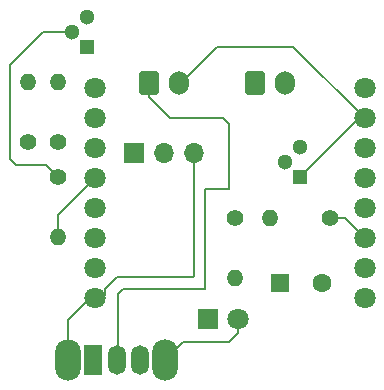
<source format=gbr>
%TF.GenerationSoftware,KiCad,Pcbnew,9.0.0*%
%TF.CreationDate,2025-04-30T16:19:23-03:00*%
%TF.ProjectId,Mini D1 Puck,4d696e69-2044-4312-9050-75636b2e6b69,rev?*%
%TF.SameCoordinates,Original*%
%TF.FileFunction,Copper,L2,Bot*%
%TF.FilePolarity,Positive*%
%FSLAX46Y46*%
G04 Gerber Fmt 4.6, Leading zero omitted, Abs format (unit mm)*
G04 Created by KiCad (PCBNEW 9.0.0) date 2025-04-30 16:19:23*
%MOMM*%
%LPD*%
G01*
G04 APERTURE LIST*
G04 Aperture macros list*
%AMRoundRect*
0 Rectangle with rounded corners*
0 $1 Rounding radius*
0 $2 $3 $4 $5 $6 $7 $8 $9 X,Y pos of 4 corners*
0 Add a 4 corners polygon primitive as box body*
4,1,4,$2,$3,$4,$5,$6,$7,$8,$9,$2,$3,0*
0 Add four circle primitives for the rounded corners*
1,1,$1+$1,$2,$3*
1,1,$1+$1,$4,$5*
1,1,$1+$1,$6,$7*
1,1,$1+$1,$8,$9*
0 Add four rect primitives between the rounded corners*
20,1,$1+$1,$2,$3,$4,$5,0*
20,1,$1+$1,$4,$5,$6,$7,0*
20,1,$1+$1,$6,$7,$8,$9,0*
20,1,$1+$1,$8,$9,$2,$3,0*%
G04 Aperture macros list end*
%TA.AperFunction,ComponentPad*%
%ADD10C,1.800000*%
%TD*%
%TA.AperFunction,ComponentPad*%
%ADD11R,1.300000X1.300000*%
%TD*%
%TA.AperFunction,ComponentPad*%
%ADD12C,1.300000*%
%TD*%
%TA.AperFunction,ComponentPad*%
%ADD13C,1.400000*%
%TD*%
%TA.AperFunction,ComponentPad*%
%ADD14O,1.400000X1.400000*%
%TD*%
%TA.AperFunction,ComponentPad*%
%ADD15O,2.200000X3.500000*%
%TD*%
%TA.AperFunction,ComponentPad*%
%ADD16R,1.500000X2.500000*%
%TD*%
%TA.AperFunction,ComponentPad*%
%ADD17O,1.500000X2.500000*%
%TD*%
%TA.AperFunction,ComponentPad*%
%ADD18R,1.800000X1.800000*%
%TD*%
%TA.AperFunction,ComponentPad*%
%ADD19RoundRect,0.250000X-0.600000X-0.750000X0.600000X-0.750000X0.600000X0.750000X-0.600000X0.750000X0*%
%TD*%
%TA.AperFunction,ComponentPad*%
%ADD20O,1.700000X2.000000*%
%TD*%
%TA.AperFunction,ComponentPad*%
%ADD21R,1.600000X1.600000*%
%TD*%
%TA.AperFunction,ComponentPad*%
%ADD22C,1.600000*%
%TD*%
%TA.AperFunction,ComponentPad*%
%ADD23R,1.700000X1.700000*%
%TD*%
%TA.AperFunction,ComponentPad*%
%ADD24O,1.700000X1.700000*%
%TD*%
%TA.AperFunction,Conductor*%
%ADD25C,0.200000*%
%TD*%
G04 APERTURE END LIST*
D10*
%TO.P,U1,16*%
%TO.N,N/C*%
X200000000Y-77780000D03*
%TO.P,U1,15*%
X200000000Y-75240000D03*
%TO.P,U1,14*%
X200000000Y-72700000D03*
%TO.P,U1,13*%
X200000000Y-70160000D03*
%TO.P,U1,12*%
X200000000Y-67620000D03*
%TO.P,U1,11*%
X200000000Y-65080000D03*
%TO.P,U1,10*%
X200000000Y-62540000D03*
%TO.P,U1,9*%
X200000000Y-60000000D03*
%TO.P,U1,8*%
X177140000Y-60000000D03*
%TO.P,U1,7*%
X177140000Y-62540000D03*
%TO.P,U1,6*%
X177140000Y-65080000D03*
%TO.P,U1,5*%
X177140000Y-67620000D03*
%TO.P,U1,4*%
X177140000Y-70160000D03*
%TO.P,U1,3*%
X177140000Y-72700000D03*
%TO.P,U1,2*%
X177140000Y-75240000D03*
%TO.P,U1,1*%
X177140000Y-77780000D03*
%TD*%
D11*
%TO.P,Q2,1*%
%TO.N,N/C*%
X176500000Y-56500000D03*
D12*
%TO.P,Q2,2*%
X175230000Y-55230000D03*
%TO.P,Q2,3*%
X176500000Y-53960000D03*
%TD*%
D11*
%TO.P,Q1,1*%
%TO.N,N/C*%
X194500000Y-67500000D03*
D12*
%TO.P,Q1,2*%
X193230000Y-66230000D03*
%TO.P,Q1,3*%
X194500000Y-64960000D03*
%TD*%
D13*
%TO.P,R5,1*%
%TO.N,N/C*%
X174000000Y-67500000D03*
D14*
%TO.P,R5,2*%
X174000000Y-72580000D03*
%TD*%
D15*
%TO.P,SW1,*%
%TO.N,*%
X174900000Y-83000000D03*
X183100000Y-83000000D03*
D16*
%TO.P,SW1,1*%
%TO.N,N/C*%
X177000000Y-83000000D03*
D17*
%TO.P,SW1,2*%
X179000000Y-83000000D03*
%TO.P,SW1,3*%
X181000000Y-83000000D03*
%TD*%
D13*
%TO.P,R3,1*%
%TO.N,N/C*%
X174000000Y-64540000D03*
D14*
%TO.P,R3,2*%
X174000000Y-59460000D03*
%TD*%
D18*
%TO.P,D1,1*%
%TO.N,N/C*%
X186730000Y-79500000D03*
D10*
%TO.P,D1,2*%
X189270000Y-79500000D03*
%TD*%
D13*
%TO.P,R2,1*%
%TO.N,N/C*%
X189000000Y-70960000D03*
D14*
%TO.P,R2,2*%
X189000000Y-76040000D03*
%TD*%
D19*
%TO.P,B,1*%
%TO.N,N/C*%
X181750000Y-59532500D03*
D20*
%TO.P,B,2*%
X184250000Y-59532500D03*
%TD*%
D21*
%TO.P,C1,1*%
%TO.N,N/C*%
X192847349Y-76500000D03*
D22*
%TO.P,C1,2*%
X196347349Y-76500000D03*
%TD*%
D23*
%TO.P,J1,1*%
%TO.N,N/C*%
X180500000Y-65500000D03*
D24*
%TO.P,J1,2*%
X183040000Y-65500000D03*
%TO.P,J1,3*%
X185580000Y-65500000D03*
%TD*%
D19*
%TO.P,M,1*%
%TO.N,N/C*%
X190750000Y-59532500D03*
D20*
%TO.P,M,2*%
X193250000Y-59532500D03*
%TD*%
D13*
%TO.P,R4,1*%
%TO.N,N/C*%
X171500000Y-64500000D03*
D14*
%TO.P,R4,2*%
X171500000Y-59420000D03*
%TD*%
D13*
%TO.P,R1,1*%
%TO.N,N/C*%
X197040000Y-71000000D03*
D14*
%TO.P,R1,2*%
X191960000Y-71000000D03*
%TD*%
D25*
%TO.N,*%
X197040000Y-71000000D02*
X198300000Y-71000000D01*
X198300000Y-71000000D02*
X200000000Y-72700000D01*
X200000000Y-62540000D02*
X194000000Y-56540000D01*
X194000000Y-56540000D02*
X194000000Y-56500000D01*
X194000000Y-56500000D02*
X187500000Y-56500000D01*
X187500000Y-56500000D02*
X184467500Y-59532500D01*
X184467500Y-59532500D02*
X184250000Y-59532500D01*
X175230000Y-55230000D02*
X172770000Y-55230000D01*
X172770000Y-55230000D02*
X170000000Y-58000000D01*
X170000000Y-58000000D02*
X170000000Y-66000000D01*
X173000000Y-66500000D02*
X174000000Y-67500000D01*
X170000000Y-66000000D02*
X170500000Y-66500000D01*
X170500000Y-66500000D02*
X173000000Y-66500000D01*
X178000000Y-77500000D02*
X177420000Y-77500000D01*
X177420000Y-77500000D02*
X177140000Y-77780000D01*
X189270000Y-79500000D02*
X189270000Y-80730000D01*
X188500000Y-81500000D02*
X184600000Y-81500000D01*
X189270000Y-80730000D02*
X188500000Y-81500000D01*
X184600000Y-81500000D02*
X183100000Y-83000000D01*
X177140000Y-77780000D02*
X176720000Y-77780000D01*
X174900000Y-79600000D02*
X174900000Y-82000000D01*
X176720000Y-77780000D02*
X174900000Y-79600000D01*
X174900000Y-82000000D02*
X175500000Y-82600000D01*
X174000000Y-70760000D02*
X177140000Y-67620000D01*
X183500000Y-62500000D02*
X188000000Y-62500000D01*
X185580000Y-65500000D02*
X185580000Y-75920000D01*
X194540000Y-67500000D02*
X194500000Y-67500000D01*
X188000000Y-62500000D02*
X188500000Y-63000000D01*
X185500000Y-76000000D02*
X179000000Y-76000000D01*
X199500000Y-62540000D02*
X194540000Y-67500000D01*
X186500000Y-77000000D02*
X179500000Y-77000000D01*
X178000000Y-77000000D02*
X178000000Y-77500000D01*
X174000000Y-72580000D02*
X174000000Y-70760000D01*
X179000000Y-76000000D02*
X178000000Y-77000000D01*
X181750000Y-60750000D02*
X183500000Y-62500000D01*
X179100000Y-81900000D02*
X179000000Y-82000000D01*
X185580000Y-75920000D02*
X185500000Y-76000000D01*
X181750000Y-59532500D02*
X181750000Y-60750000D01*
X179500000Y-77000000D02*
X179100000Y-77400000D01*
X186500000Y-68500000D02*
X186500000Y-77000000D01*
X188500000Y-63000000D02*
X188500000Y-68500000D01*
X188500000Y-68500000D02*
X186500000Y-68500000D01*
X179100000Y-77400000D02*
X179100000Y-81900000D01*
%TD*%
M02*

</source>
